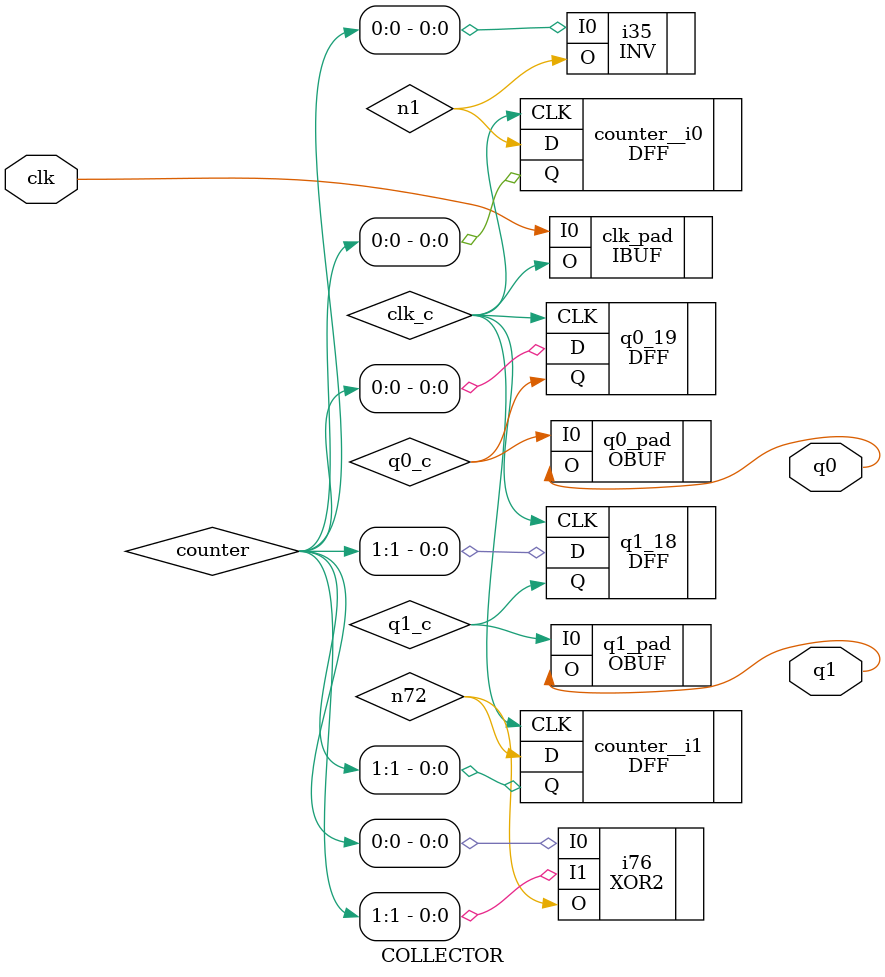
<source format=v>

module COLLECTOR (clk, q1, q0) /* synthesis syn_module_defined=1 */ ;   // collector.v(1[8:17])
    input clk;   // collector.v(3[8:11])
    output q1;   // collector.v(4[9:11])
    output q0;   // collector.v(4[12:14])
    
    wire clk_c /* synthesis is_clock=1, SET_AS_NETWORK=clk_c */ ;   // collector.v(3[8:11])
    
    wire pwr, gnd, q1_c, q0_c;
    wire [1:0]counter;   // collector.v(7[12:19])
    
    wire n1, n72;
    
    OBUF q0_pad (.O(q0), .I0(q0_c));   // E:/Bin/lse/userware/NT/SYNTHESIS_HEADERS/mach.v(270[8:12])
    VCC i75 (.X(pwr));
    IBUF clk_pad (.O(clk_c), .I0(clk));   // E:/Bin/lse/userware/NT/SYNTHESIS_HEADERS/mach.v(186[8:12])
    DFF q0_19 (.Q(q0_c), .D(counter[0]), .CLK(clk_c));   // collector.v(9[9] 37[5])
    DFF q1_18 (.Q(q1_c), .D(counter[1]), .CLK(clk_c));   // collector.v(9[9] 37[5])
    DFF counter__i1 (.Q(counter[1]), .D(n72), .CLK(clk_c));   // collector.v(9[9] 37[5])
    OBUF q1_pad (.O(q1), .I0(q1_c));   // E:/Bin/lse/userware/NT/SYNTHESIS_HEADERS/mach.v(270[8:12])
    GND i74 (.X(gnd));
    DFF counter__i0 (.Q(counter[0]), .D(n1), .CLK(clk_c));   // collector.v(9[9] 37[5])
    XOR2 i76 (.O(n72), .I0(counter[0]), .I1(counter[1]));
    INV i35 (.O(n1), .I0(counter[0]));
    
endmodule
//
// Verilog Description of module VCC
// module not written out since it is a black-box. 
//

//
// Verilog Description of module GND
// module not written out since it is a black-box. 
//

//
// Verilog Description of module XOR2
// module not written out since it is a black-box. 
//

//
// Verilog Description of module INV
// module not written out since it is a black-box. 
//


</source>
